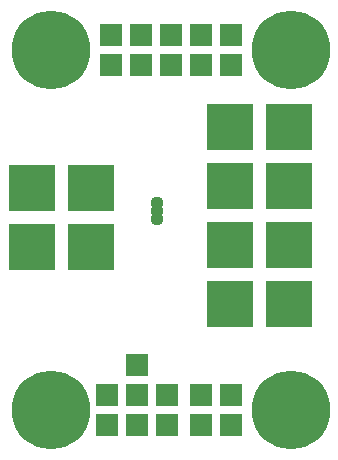
<source format=gbr>
G75*
G70*
%OFA0B0*%
%FSLAX24Y24*%
%IPPOS*%
%LPD*%
%AMOC8*
5,1,8,0,0,1.08239X$1,22.5*
%
%ADD10C,0.0437*%
%ADD11R,0.1580X0.1580*%
%ADD12R,0.0730X0.0730*%
%ADD13C,0.2620*%
D10*
X005973Y008509D03*
X005973Y008785D03*
X005973Y009061D03*
D11*
X003754Y009546D03*
X003754Y007577D03*
X001785Y007577D03*
X001785Y009546D03*
X008386Y009609D03*
X008386Y011577D03*
X010355Y011577D03*
X010355Y009609D03*
X010355Y007640D03*
X010355Y005672D03*
X008386Y005672D03*
X008386Y007640D03*
D12*
X005292Y003660D03*
X005292Y002660D03*
X005292Y001660D03*
X006292Y001660D03*
X006292Y002660D03*
X007410Y002660D03*
X007410Y001660D03*
X008410Y001660D03*
X008410Y002660D03*
X004292Y002660D03*
X004292Y001660D03*
X004410Y013660D03*
X004410Y014660D03*
X005410Y014660D03*
X005410Y013660D03*
X006410Y013660D03*
X006410Y014660D03*
X007410Y014660D03*
X007410Y013660D03*
X008410Y013660D03*
X008410Y014660D03*
D13*
X002410Y002160D03*
X010410Y002160D03*
X010410Y014160D03*
X002410Y014160D03*
M02*

</source>
